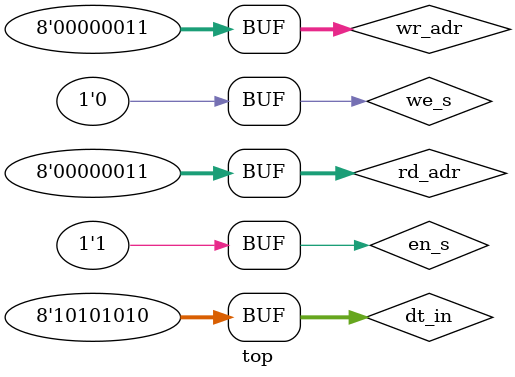
<source format=v>
module memory (rd_addr, wr_addr, en,we, data_in, data_out);
parameter addr_width=8;
parameter  data_width=8;
parameter  depth=256;

input [addr_width-1:0] rd_addr;
input [addr_width-1:0] wr_addr;
input en;
input we;
input [data_width-1:0] data_in;
output [data_width-1:0] data_out;
reg [data_width-1:0] data_out;
reg [data_width-1:0] mem[0:depth-1];


always@(en & !we) begin
 data_out<=mem[rd_addr];
end
always@(en & we) begin
 mem[wr_addr]<=data_in;

end
endmodule

module top;
parameter addr_width=8;
parameter  data_width=8;
parameter  depth=256;
    reg [addr_width-1:0] rd_adr;
    reg [addr_width-1:0] wr_adr;
    reg [data_width-1:0] dt_in;
    reg [data_width-1:0] dt_out;
    reg en_s;
    reg we_s;
    initial begin
    #5
    #5 en_s=0;
    #5 en_s=1;
    we_s=1;
    wr_adr=8'b0011;
    dt_in=8'hAA; 
    #30 we_s=0;
    rd_adr=8'b0011;
    $monitor(" en=%d, we=%d, data_in=%d, data_out=%d",en,we,data_in,data_out);
end
memory memory(.rd_addr(rd_adr),.wr_addr(wr_adr),.en(en_s),.we(we_s),.data_in(dt_in),.data_out(dt_out));
endmodule
</source>
